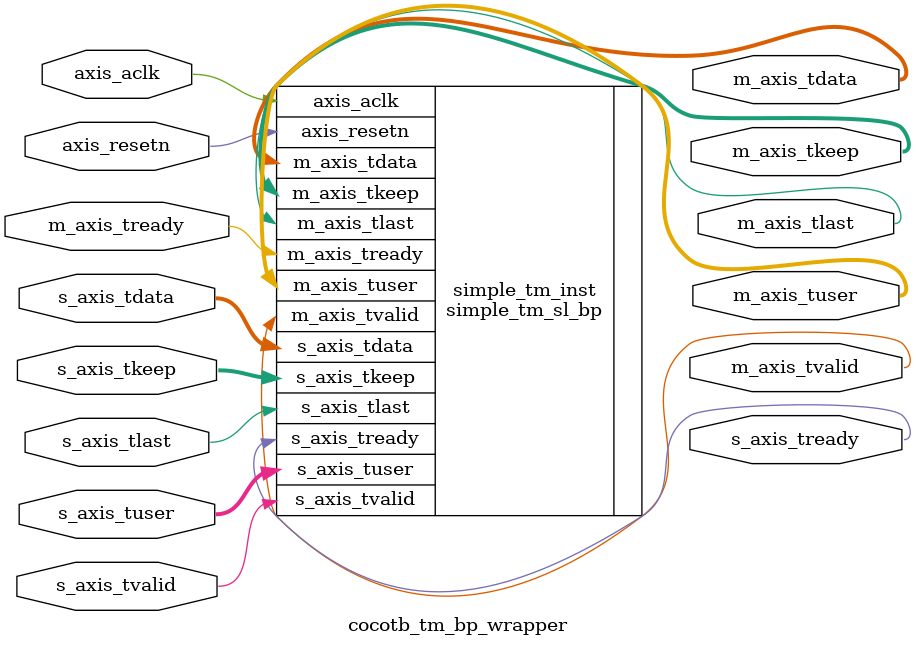
<source format=v>
/*******************************************************************************
 *  File:
 *        cocotb_tm_wrapper.v
 *
 *  Library:
 *
 *  Module:
 *        cocotb_tm_wrapper
 *
 *  Author:
 *        Stephen Ibanez
 * 		
 *  Description:
 *        This is the top-level module that ties together the skiplist(s) and packet
 *        storage.
 *
 */

module cocotb_tm_bp_wrapper
#(
    // Pkt AXI Stream Data Width
    parameter C_M_AXIS_DATA_WIDTH  = 256,
    parameter C_S_AXIS_DATA_WIDTH  = 256,
    parameter C_M_AXIS_TUSER_WIDTH = 128,
    parameter C_S_AXIS_TUSER_WIDTH = 128,

    // max num pkts the pifo can store
    parameter PIFO_DEPTH = 4096,
    parameter PIFO_REG_DEPTH = 16,
    parameter STORAGE_MAX_PKTS = 4096,
    parameter NUM_SKIP_LISTS = 11
)
(
    // Global Ports
    input                                      axis_aclk,
    input                                      axis_resetn,

    // Master Pkt Stream Ports (outgoing pkts) 
    output     [C_M_AXIS_DATA_WIDTH - 1:0]         m_axis_tdata,
    output     [((C_M_AXIS_DATA_WIDTH / 8)) - 1:0] m_axis_tkeep,
    output     [C_M_AXIS_TUSER_WIDTH-1:0]          m_axis_tuser,
    output                                         m_axis_tvalid,
    input                                          m_axis_tready,
    output                                         m_axis_tlast,

    // Slave Pkt Stream Ports (incomming pkts)
    input [C_S_AXIS_DATA_WIDTH - 1:0]              s_axis_tdata,
    input [((C_S_AXIS_DATA_WIDTH / 8)) - 1:0]      s_axis_tkeep,
    input [C_S_AXIS_TUSER_WIDTH-1:0]               s_axis_tuser,
    input                                          s_axis_tvalid,
    output                                         s_axis_tready,
    input                                          s_axis_tlast

);

   simple_tm_sl_bp
   #(
       .PIFO_DEPTH       (PIFO_DEPTH),
       .PIFO_REG_DEPTH   (PIFO_REG_DEPTH),
       .STORAGE_MAX_PKTS (STORAGE_MAX_PKTS),
       .NUM_SKIP_LISTS   (NUM_SKIP_LISTS)
   )
   simple_tm_inst
   (
       // Global Ports
       .axis_aclk (axis_aclk),
       .axis_resetn (axis_resetn),
       // pkt_storage output pkts
       .m_axis_tdata  (m_axis_tdata),
       .m_axis_tkeep  (m_axis_tkeep),
       .m_axis_tuser  (m_axis_tuser),
       .m_axis_tvalid (m_axis_tvalid),
       .m_axis_tready (m_axis_tready),
       .m_axis_tlast  (m_axis_tlast),
       // pkt_storage input pkts
       .s_axis_tdata  (s_axis_tdata),
       .s_axis_tkeep  (s_axis_tkeep),
       .s_axis_tuser  (s_axis_tuser),
       .s_axis_tvalid (s_axis_tvalid),
       .s_axis_tready (s_axis_tready),
       .s_axis_tlast  (s_axis_tlast)
   );

`ifdef COCOTB_SIM
initial begin
  $dumpfile ("cocotb_tm_bp_wrapper_waveform.vcd");
  $dumpvars (0,cocotb_tm_bp_wrapper);
  #1 $display("Sim running...");
end
`endif

endmodule // cocotb_tm_wrapper


</source>
